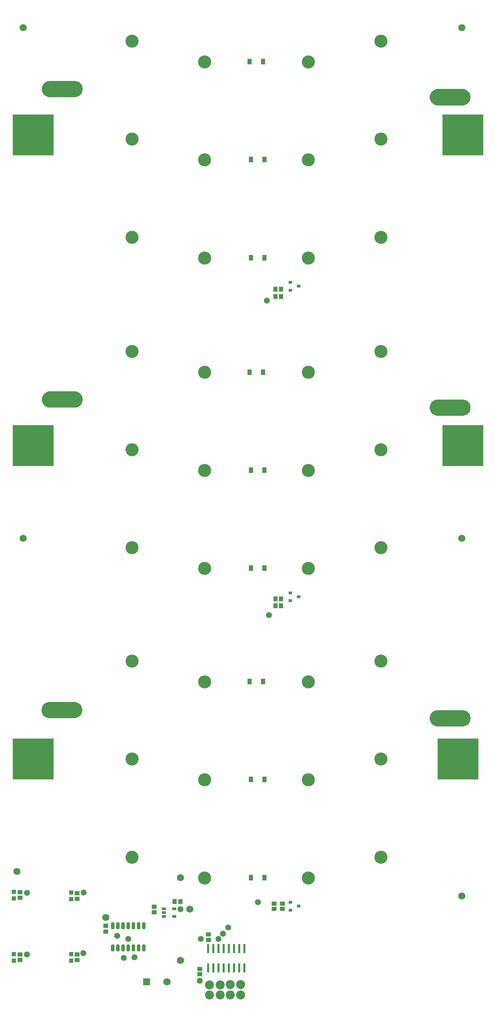
<source format=gbr>
%FSTAX23Y23*%
%MOIN*%
%SFA1B1*%

%IPPOS*%
%AMD50*
4,1,8,-0.019700,0.008900,-0.019700,-0.008900,-0.013800,-0.014800,0.013800,-0.014800,0.019700,-0.008900,0.019700,0.008900,0.013800,0.014800,-0.013800,0.014800,-0.019700,0.008900,0.0*
1,1,0.011898,-0.013800,0.008900*
1,1,0.011898,-0.013800,-0.008900*
1,1,0.011898,0.013800,-0.008900*
1,1,0.011898,0.013800,0.008900*
%
%AMD53*
4,1,8,-0.009800,-0.032500,0.009800,-0.032500,0.015800,-0.026500,0.015800,0.026500,0.009800,0.032500,-0.009800,0.032500,-0.015800,0.026500,-0.015800,-0.026500,-0.009800,-0.032500,0.0*
1,1,0.012016,-0.009800,-0.026500*
1,1,0.012016,0.009800,-0.026500*
1,1,0.012016,0.009800,0.026500*
1,1,0.012016,-0.009800,0.026500*
%
%ADD11R,0.022079X0.085874*%
%ADD18R,0.035433X0.031496*%
%ADD34R,0.393700X0.393700*%
%ADD35C,0.068000*%
%ADD36C,0.086740*%
%ADD37R,0.070992X0.070992*%
%ADD38C,0.070992*%
%ADD39C,0.126110*%
%ADD40R,0.047370X0.047370*%
%ADD41C,0.110362*%
%ADD42C,0.058000*%
%ADD49R,0.047370X0.043433*%
G04~CAMADD=50~8~0.0~0.0~296.5~395.0~59.5~0.0~15~0.0~0.0~0.0~0.0~0~0.0~0.0~0.0~0.0~0~0.0~0.0~0.0~90.0~394.0~296.0*
%ADD50D50*%
%ADD51R,0.043433X0.047370*%
%ADD52R,0.045401X0.041464*%
G04~CAMADD=53~8~0.0~0.0~316.2~650.9~60.1~0.0~15~0.0~0.0~0.0~0.0~0~0.0~0.0~0.0~0.0~0~0.0~0.0~0.0~180.0~316.0~650.0*
%ADD53D53*%
%ADD54R,0.039496X0.039496*%
%ADD55R,0.041464X0.045401*%
%ADD56R,0.043827X0.056031*%
%LNmain_soldermask_top-1*%
%LPD*%
G36*
X01775Y09133D02*
X01783D01*
X01798Y0913*
X01812Y09124*
X01825Y09116*
X01836Y09105*
X01845Y09092*
X01851Y09078*
X01854Y09062*
X01854Y09055*
Y09047*
X01851Y09032*
X01845Y09017*
X01836Y09004*
X01825Y08993*
X01812Y08985*
X01798Y08979*
X01783Y08976*
X01775*
X01775*
X01531*
X01516Y08979*
X01502Y08985*
X01489Y08993*
X01478Y09004*
X01469Y09017*
X01463Y09032*
X0146Y09047*
Y09055*
Y09062*
X01463Y09078*
X01469Y09092*
X01478Y09105*
X01489Y09116*
X01502Y09124*
X01516Y0913*
X01531Y09133*
X01539*
X01775Y09133*
G37*
G36*
X05515Y09055D02*
X05523D01*
X05538Y09052*
X05552Y09046*
X05565Y09037*
X05576Y09026*
X05585Y09013*
X05591Y08999*
X05594Y08984*
Y08976*
Y08968*
X05591Y08953*
X05585Y08939*
X05576Y08926*
X05565Y08915*
X05552Y08906*
X05538Y089*
X05523Y08897*
X05515*
X05271*
X05256Y089*
X05242Y08906*
X05229Y08915*
X05218Y08926*
X05209Y08939*
X05203Y08953*
X052Y08968*
Y08984*
X05203Y08999*
X05209Y09013*
X05218Y09026*
X05229Y09037*
X05242Y09046*
X05256Y09052*
X05271Y09055*
X05279*
X05515*
G37*
G36*
X01775Y06141D02*
X01783D01*
X01798Y06138*
X01812Y06132*
X01825Y06124*
X01836Y06113*
X01845Y061*
X01851Y06085*
X01854Y0607*
X01854Y06062*
Y06055*
X01851Y0604*
X01845Y06025*
X01836Y06012*
X01825Y06001*
X01812Y05993*
X01798Y05987*
X01783Y05984*
X01775*
X01775*
X01531*
X01516Y05987*
X01502Y05993*
X01489Y06001*
X01478Y06012*
X01469Y06025*
X01463Y0604*
X0146Y06055*
Y06062*
Y0607*
X01463Y06085*
X01469Y061*
X01478Y06113*
X01489Y06124*
X01502Y06132*
X01516Y06138*
X01531Y06141*
X01539*
X01775Y06141*
G37*
G36*
X05515Y06062D02*
X05523D01*
X05538Y06059*
X05552Y06054*
X05565Y06045*
X05576Y06034*
X05585Y06021*
X05591Y06007*
X05594Y05992*
Y05984*
Y05976*
X05591Y05961*
X05585Y05946*
X05576Y05934*
X05565Y05923*
X05552Y05914*
X05538Y05908*
X05523Y05905*
X05515*
X05271*
X05256Y05908*
X05242Y05914*
X05229Y05923*
X05218Y05934*
X05209Y05946*
X05203Y05961*
X052Y05976*
Y05992*
X05203Y06007*
X05209Y06021*
X05218Y06034*
X05229Y06045*
X05242Y06054*
X05256Y06059*
X05271Y06062*
X05279*
X05515Y06062*
G37*
G36*
X01771Y03149D02*
X01779D01*
X01794Y03146*
X01808Y0314*
X01821Y03132*
X01832Y03121*
X01841Y03108*
X01847Y03093*
X0185Y03078*
X0185Y0307*
X0185*
Y03063*
X01847Y03047*
X01841Y03033*
X01832Y0302*
X01821Y03009*
X01808Y03001*
X01794Y02995*
X01779Y02992*
X01771Y02992*
X01527*
X01512Y02995*
X01498Y03001*
X01485Y03009*
X01474Y0302*
X01465Y03033*
X01459Y03047*
X01456Y03063*
Y0307*
Y03078*
X01459Y03093*
X01465Y03108*
X01474Y03121*
X01485Y03132*
X01498Y0314*
X01512Y03146*
X01527Y03149*
X01535*
X01771*
G37*
G36*
X05515Y0307D02*
X05523D01*
X05538Y03067*
X05552Y03061*
X05565Y03053*
X05576Y03042*
X05585Y03029*
X05591Y03015*
X05594Y02999*
Y02992*
Y02984*
X05591Y02969*
X05585Y02954*
X05576Y02941*
X05565Y0293*
X05552Y02922*
X05538Y02916*
X05523Y02913*
X05515*
X05271*
X05256Y02916*
X05242Y02922*
X05229Y0293*
X05218Y02941*
X05209Y02954*
X05203Y02969*
X052Y02984*
Y02999*
X05203Y03015*
X05209Y03029*
X05218Y03042*
X05229Y03053*
X05242Y03061*
X05256Y03067*
X05271Y0307*
X05279*
X05515Y0307*
G37*
G54D11*
X03063Y00586D03*
X03113D03*
X03163D03*
X03213D03*
X03263D03*
X03313D03*
X03363D03*
X03413D03*
Y00772D03*
X03363D03*
X03313D03*
X03263D03*
X03213D03*
X03163D03*
X03113D03*
X03063D03*
G54D18*
X03858Y01218D03*
Y01143D03*
X03937Y01181D03*
Y07154D03*
X03858Y07117D03*
Y07192D03*
X03937Y04162D03*
X03858Y04125D03*
Y04199D03*
G54D34*
X05519Y08611D03*
X01377Y02598D03*
X05472Y02598D03*
X01377Y08611D03*
X01377Y05619D03*
X05519Y05619D03*
G54D35*
X02885Y01152D03*
X02076Y01072D03*
X02795Y01456D03*
Y00659D03*
X0122Y01515D03*
X05511Y01279D03*
Y04724D03*
X01279D03*
X05511Y09645D03*
X01279D03*
G54D36*
X03078Y00324D03*
Y00422D03*
X03179D03*
X03278Y00424D03*
X03378D03*
Y00325D03*
X03278D03*
X03179Y00324D03*
G54D37*
X0247Y00452D03*
G54D38*
X02667Y00452D03*
G54D39*
X04031Y04434D03*
X03031D03*
X04731Y04634D03*
X02331D03*
X04031Y09316D03*
X03031D03*
X04731Y09516D03*
X02331D03*
X04031Y01453D03*
X03031D03*
X04731Y01653D03*
X02331D03*
X04031Y02398D03*
X03031D03*
X04731Y02598D03*
X02331D03*
X04031Y03343D03*
X03031D03*
X04731Y03543D03*
X02331D03*
Y08571D03*
X04731D03*
X03031Y08371D03*
X04031D03*
X02331Y07627D03*
X04731D03*
X03031Y07427D03*
X04031D03*
X02331Y06524D03*
X04731D03*
X03031Y06324D03*
X04031D03*
X02331Y05579D03*
X04731D03*
X03031Y05379D03*
X04031D03*
G54D40*
X01377Y02598D03*
X05472D03*
X01377Y08611D03*
X05519Y08611D03*
X01377Y05619D03*
X05519Y05619D03*
G54D41*
X01555Y0307D03*
X01753D03*
X05295Y02992D03*
X05493D03*
X01555Y09044D03*
X01753D03*
X05295Y08965D03*
X05493D03*
X01555Y06052D03*
X01753D03*
X05295Y05973D03*
X05493D03*
G54D42*
X02992Y00866D03*
X02795Y01151D03*
X03257Y00974D03*
X03208Y00915D03*
X03162Y00864D03*
X02982Y00462D03*
X03543Y0122D03*
X0186Y00728D03*
X01315Y00715D03*
X01318Y01309D03*
X02185Y00895D03*
X01863Y01311D03*
X02293Y00866D03*
X02249Y00681D03*
X02352Y00688D03*
X03651Y03986D03*
X03631Y07017D03*
G54D49*
X03065Y00909D03*
Y00856D03*
X02982Y00577D03*
Y00524D03*
X02542Y01123D03*
Y01176D03*
X02076Y00937D03*
Y00991D03*
X03779Y01207D03*
Y01154D03*
G54D50*
X02635Y01157D03*
Y0112D03*
Y01082D03*
X02736D03*
Y01157D03*
G54D51*
X02795Y01224D03*
X02741D03*
X03713Y07125D03*
X03766D03*
X03713Y04074D03*
X03766D03*
G54D52*
X018Y00663D03*
Y00714D03*
Y01253D03*
Y01305D03*
X0125Y00663D03*
Y00714D03*
X01249Y01263D03*
Y01314D03*
X037Y01206D03*
Y01155D03*
G54D53*
X02143Y00778D03*
X02193D03*
X02243D03*
X02293D03*
X02343D03*
X02393D03*
X02443D03*
X02143Y00993D03*
X02193D03*
X02243D03*
X02293D03*
X02343D03*
X02393D03*
X02443D03*
G54D54*
X01742Y0072D03*
Y00657D03*
Y01311D03*
Y01248D03*
X0119Y0072D03*
Y00657D03*
Y01318D03*
Y01255D03*
G54D55*
X03714Y07057D03*
X03765D03*
X03714Y04143D03*
X03765D03*
G54D56*
X03478Y01456D03*
X03607D03*
X03478Y02401D03*
X03607D03*
X03464Y03346D03*
X03593D03*
Y09319D03*
X03464D03*
X03607Y08375D03*
X03478D03*
X03607Y0743D03*
X03478D03*
X03593Y06327D03*
X03464D03*
X03607Y05382D03*
X03478D03*
X03607Y04438D03*
X03478D03*
M02*
</source>
